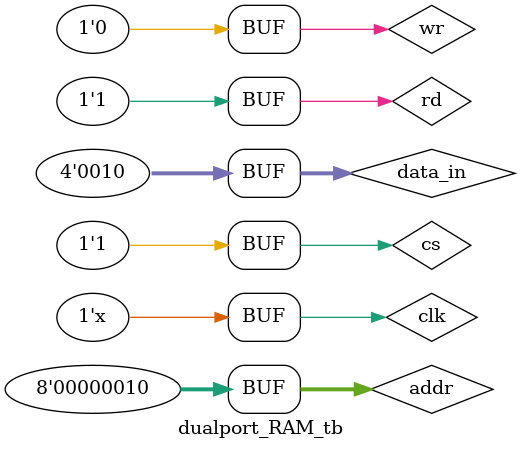
<source format=v>
module dualport_RAM_tb;
reg clk;
reg cs;
reg wr;
reg rd;
reg[7:0] addr;
reg[3:0] data_in;

wire[3:0] data_out;

Dualport_RAM uut(
.clk(clk),
.cs(cs),
.wr(wr),
.rd(rd),
.addr(addr),
.data_in(data_in),
.data_out(data_out)
);

initial 
begin
clk=0;
cs=0;
wr=0;
rd=0;
addr=0;
data_in=0;

#100;
cs=1;

wr=1;
rd=0;
data_in=4'b0001;
addr=8'd01;
#10;
data_in = 4'b0010;
addr =8'd02;
#10;


rd=1;
wr=0;
addr=8'd01;
#10;
addr=8'd02;

end
always clk=#5 ~clk;
endmodule


</source>
